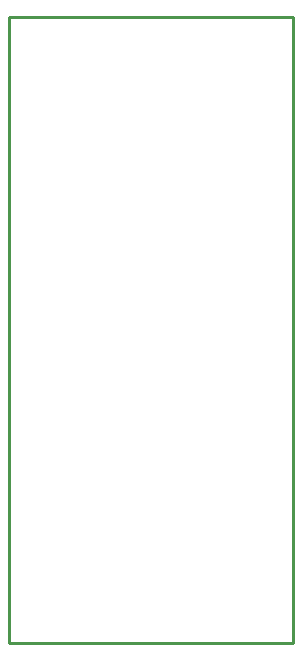
<source format=gbr>
G04 EAGLE Gerber RS-274X export*
G75*
%MOMM*%
%FSLAX34Y34*%
%LPD*%
%IN*%
%IPPOS*%
%AMOC8*
5,1,8,0,0,1.08239X$1,22.5*%
G01*
G04 Define Apertures*
%ADD10C,0.254000*%
D10*
X228600Y292100D02*
X469700Y292100D01*
X469700Y822200D01*
X228600Y822200D01*
X228600Y292100D01*
M02*

</source>
